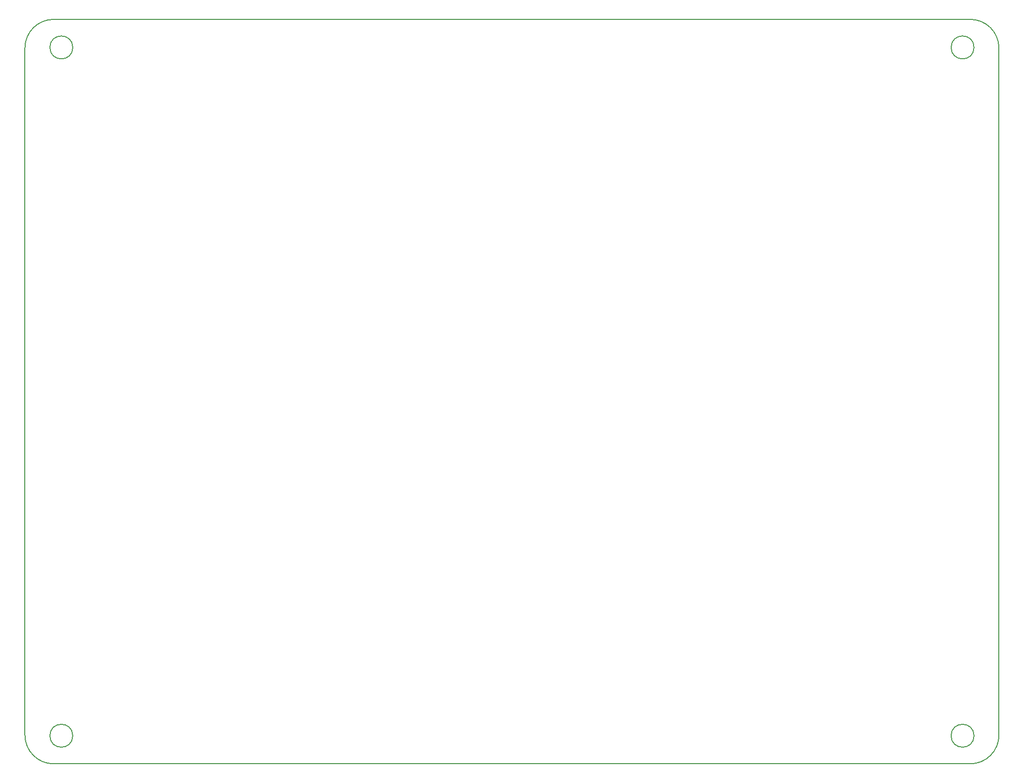
<source format=gbr>
%TF.GenerationSoftware,KiCad,Pcbnew,(6.0.5)*%
%TF.CreationDate,2023-05-15T14:24:38+02:00*%
%TF.ProjectId,stm32_prototyp,73746d33-325f-4707-926f-746f7479702e,rev?*%
%TF.SameCoordinates,Original*%
%TF.FileFunction,Profile,NP*%
%FSLAX46Y46*%
G04 Gerber Fmt 4.6, Leading zero omitted, Abs format (unit mm)*
G04 Created by KiCad (PCBNEW (6.0.5)) date 2023-05-15 14:24:38*
%MOMM*%
%LPD*%
G01*
G04 APERTURE LIST*
%TA.AperFunction,Profile*%
%ADD10C,0.010050*%
%TD*%
%TA.AperFunction,Profile*%
%ADD11C,0.200000*%
%TD*%
G04 APERTURE END LIST*
D10*
X200221625Y-93900200D02*
G75*
G03*
X200221625Y-93900200I-5025J0D01*
G01*
D11*
X66220000Y-151665000D02*
G75*
G03*
X71220000Y-156665000I5000000J0D01*
G01*
X71220000Y-26665000D02*
G75*
G03*
X66220000Y-31665000I0J-5000000D01*
G01*
X231220000Y-156665000D02*
G75*
G03*
X236220000Y-151665000I0J5000000D01*
G01*
X231220000Y-156665000D02*
X71220000Y-156665000D01*
X66220000Y-31665000D02*
X66220000Y-151665000D01*
X74570000Y-151765000D02*
G75*
G03*
X74570000Y-151765000I-2000000J0D01*
G01*
X236220000Y-31665000D02*
G75*
G03*
X231220000Y-26665000I-5000000J0D01*
G01*
X74570000Y-31565000D02*
G75*
G03*
X74570000Y-31565000I-2000000J0D01*
G01*
X236220000Y-31665000D02*
X236220000Y-151665000D01*
X231220000Y-26665000D02*
X71220000Y-26665000D01*
X231870000Y-151765000D02*
G75*
G03*
X231870000Y-151765000I-2000000J0D01*
G01*
X231870000Y-31565000D02*
G75*
G03*
X231870000Y-31565000I-2000000J0D01*
G01*
M02*

</source>
